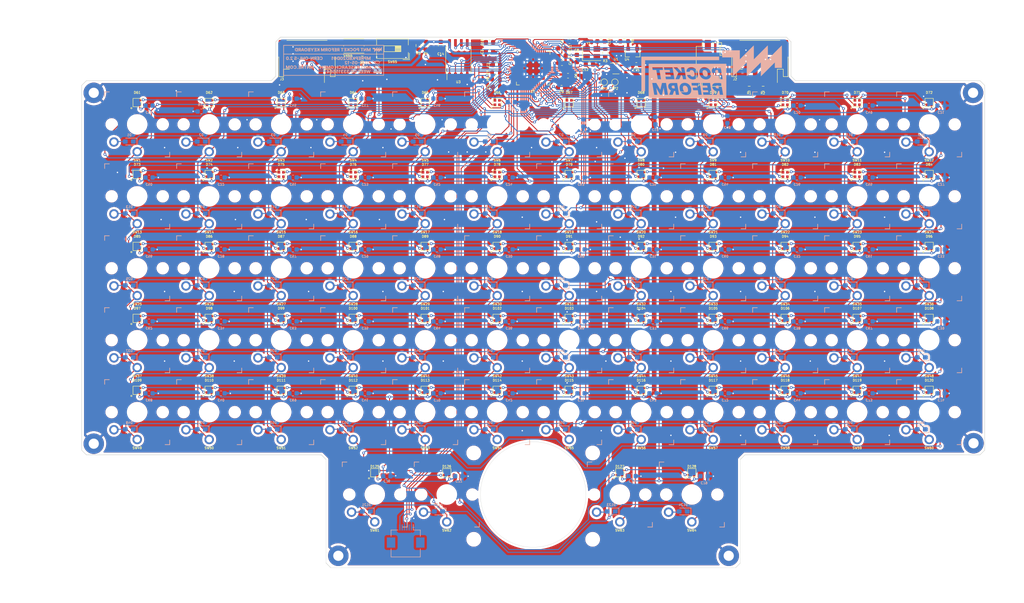
<source format=kicad_pcb>
(kicad_pcb (version 20211014) (generator pcbnew)

  (general
    (thickness 1.6)
  )

  (paper "A4")
  (layers
    (0 "F.Cu" signal)
    (31 "B.Cu" signal)
    (32 "B.Adhes" user "B.Adhesive")
    (33 "F.Adhes" user "F.Adhesive")
    (34 "B.Paste" user)
    (35 "F.Paste" user)
    (36 "B.SilkS" user "B.Silkscreen")
    (37 "F.SilkS" user "F.Silkscreen")
    (38 "B.Mask" user)
    (39 "F.Mask" user)
    (40 "Dwgs.User" user "User.Drawings")
    (41 "Cmts.User" user "User.Comments")
    (42 "Eco1.User" user "User.Eco1")
    (43 "Eco2.User" user "User.Eco2")
    (44 "Edge.Cuts" user)
    (45 "Margin" user)
    (46 "B.CrtYd" user "B.Courtyard")
    (47 "F.CrtYd" user "F.Courtyard")
    (48 "B.Fab" user)
    (49 "F.Fab" user)
  )

  (setup
    (stackup
      (layer "F.SilkS" (type "Top Silk Screen"))
      (layer "F.Paste" (type "Top Solder Paste"))
      (layer "F.Mask" (type "Top Solder Mask") (color "Black") (thickness 0.01))
      (layer "F.Cu" (type "copper") (thickness 0.035))
      (layer "dielectric 1" (type "core") (thickness 1.51) (material "FR4") (epsilon_r 4.5) (loss_tangent 0.02))
      (layer "B.Cu" (type "copper") (thickness 0.035))
      (layer "B.Mask" (type "Bottom Solder Mask") (color "Black") (thickness 0.01))
      (layer "B.Paste" (type "Bottom Solder Paste"))
      (layer "B.SilkS" (type "Bottom Silk Screen"))
      (copper_finish "None")
      (dielectric_constraints no)
    )
    (pad_to_mask_clearance 0)
    (pcbplotparams
      (layerselection 0x00010fc_ffffffff)
      (disableapertmacros false)
      (usegerberextensions false)
      (usegerberattributes true)
      (usegerberadvancedattributes true)
      (creategerberjobfile true)
      (svguseinch false)
      (svgprecision 6)
      (excludeedgelayer false)
      (plotframeref false)
      (viasonmask false)
      (mode 1)
      (useauxorigin false)
      (hpglpennumber 1)
      (hpglpenspeed 20)
      (hpglpendiameter 15.000000)
      (dxfpolygonmode true)
      (dxfimperialunits true)
      (dxfusepcbnewfont true)
      (psnegative false)
      (psa4output false)
      (plotreference true)
      (plotvalue true)
      (plotinvisibletext false)
      (sketchpadsonfab false)
      (subtractmaskfromsilk false)
      (outputformat 1)
      (mirror false)
      (drillshape 0)
      (scaleselection 1)
      (outputdirectory "pref-kbd-ortho-d1b/")
    )
  )

  (net 0 "")
  (net 1 "GND")
  (net 2 "+5V")
  (net 3 "+3V3")
  (net 4 "Net-(D1-Pad2)")
  (net 5 "ROW1")
  (net 6 "Net-(D2-Pad2)")
  (net 7 "Net-(D3-Pad2)")
  (net 8 "Net-(D4-Pad2)")
  (net 9 "Net-(D5-Pad2)")
  (net 10 "Net-(D6-Pad2)")
  (net 11 "Net-(D7-Pad2)")
  (net 12 "Net-(D8-Pad2)")
  (net 13 "Net-(D9-Pad2)")
  (net 14 "Net-(D10-Pad2)")
  (net 15 "Net-(D11-Pad2)")
  (net 16 "Net-(D12-Pad2)")
  (net 17 "Net-(D13-Pad2)")
  (net 18 "ROW2")
  (net 19 "Net-(D14-Pad2)")
  (net 20 "Net-(D15-Pad2)")
  (net 21 "Net-(D16-Pad2)")
  (net 22 "Net-(D17-Pad2)")
  (net 23 "Net-(D18-Pad2)")
  (net 24 "Net-(D19-Pad2)")
  (net 25 "Net-(D20-Pad2)")
  (net 26 "Net-(D21-Pad2)")
  (net 27 "Net-(D22-Pad2)")
  (net 28 "Net-(D23-Pad2)")
  (net 29 "Net-(D24-Pad2)")
  (net 30 "Net-(D25-Pad2)")
  (net 31 "ROW3")
  (net 32 "Net-(D26-Pad2)")
  (net 33 "Net-(D27-Pad2)")
  (net 34 "Net-(D28-Pad2)")
  (net 35 "Net-(D29-Pad2)")
  (net 36 "Net-(D30-Pad2)")
  (net 37 "Net-(D31-Pad2)")
  (net 38 "Net-(D32-Pad2)")
  (net 39 "Net-(D33-Pad2)")
  (net 40 "Net-(D34-Pad2)")
  (net 41 "Net-(D35-Pad2)")
  (net 42 "Net-(D36-Pad2)")
  (net 43 "Net-(D37-Pad2)")
  (net 44 "ROW4")
  (net 45 "Net-(D38-Pad2)")
  (net 46 "Net-(D39-Pad2)")
  (net 47 "Net-(D40-Pad2)")
  (net 48 "Net-(D41-Pad2)")
  (net 49 "Net-(D42-Pad2)")
  (net 50 "Net-(D43-Pad2)")
  (net 51 "Net-(D44-Pad2)")
  (net 52 "Net-(D45-Pad2)")
  (net 53 "Net-(D46-Pad2)")
  (net 54 "Net-(D47-Pad2)")
  (net 55 "Net-(D48-Pad2)")
  (net 56 "Net-(D49-Pad2)")
  (net 57 "ROW5")
  (net 58 "Net-(D50-Pad2)")
  (net 59 "Net-(D51-Pad2)")
  (net 60 "Net-(D52-Pad2)")
  (net 61 "Net-(D53-Pad2)")
  (net 62 "Net-(D54-Pad2)")
  (net 63 "Net-(D55-Pad2)")
  (net 64 "Net-(D56-Pad2)")
  (net 65 "Net-(D57-Pad2)")
  (net 66 "Net-(D58-Pad2)")
  (net 67 "Net-(D59-Pad2)")
  (net 68 "Net-(D60-Pad2)")
  (net 69 "D+")
  (net 70 "D-")
  (net 71 "UART_TX")
  (net 72 "UART_RX")
  (net 73 "PROG")
  (net 74 "RESET")
  (net 75 "/Pocket Reform KBD MCU/UD+")
  (net 76 "/Pocket Reform KBD MCU/UD-")
  (net 77 "COL1")
  (net 78 "COL2")
  (net 79 "COL3")
  (net 80 "COL4")
  (net 81 "COL5")
  (net 82 "COL6")
  (net 83 "COL7")
  (net 84 "COL8")
  (net 85 "COL9")
  (net 86 "COL10")
  (net 87 "COL11")
  (net 88 "COL12")
  (net 89 "+1V1")
  (net 90 "SCL")
  (net 91 "SDA")
  (net 92 "QSPI_CS")
  (net 93 "SWD")
  (net 94 "SWC")
  (net 95 "QSPI_SD1")
  (net 96 "QSPI_SD2")
  (net 97 "QSPI_SD0")
  (net 98 "QSPI_SCK")
  (net 99 "QSPI_SD3")
  (net 100 "MT")
  (net 101 "unconnected-(U2-Pad41)")
  (net 102 "unconnected-(U2-Pad40)")
  (net 103 "unconnected-(U2-Pad39)")
  (net 104 "unconnected-(U2-Pad38)")
  (net 105 "unconnected-(U2-Pad37)")
  (net 106 "LED_DATA")
  (net 107 "ROW6")
  (net 108 "unconnected-(U2-Pad5)")
  (net 109 "unconnected-(U2-Pad4)")
  (net 110 "Net-(D61-Pad3)")
  (net 111 "Net-(D100-Pad3)")
  (net 112 "Net-(D101-Pad3)")
  (net 113 "Net-(D102-Pad3)")
  (net 114 "Net-(D103-Pad3)")
  (net 115 "Net-(D104-Pad3)")
  (net 116 "Net-(D100-Pad1)")
  (net 117 "Net-(D116-Pad3)")
  (net 118 "Net-(D62-Pad3)")
  (net 119 "Net-(D117-Pad3)")
  (net 120 "Net-(D63-Pad3)")
  (net 121 "Net-(D118-Pad3)")
  (net 122 "Net-(D64-Pad3)")
  (net 123 "Net-(D119-Pad3)")
  (net 124 "Net-(D65-Pad3)")
  (net 125 "Net-(D66-Pad3)")
  (net 126 "Net-(D67-Pad3)")
  (net 127 "Net-(D68-Pad3)")
  (net 128 "Net-(D69-Pad3)")
  (net 129 "Net-(D70-Pad3)")
  (net 130 "Net-(D71-Pad3)")
  (net 131 "Net-(D72-Pad3)")
  (net 132 "Net-(D73-Pad3)")
  (net 133 "Net-(D74-Pad3)")
  (net 134 "Net-(D75-Pad3)")
  (net 135 "Net-(D76-Pad3)")
  (net 136 "Net-(D77-Pad3)")
  (net 137 "Net-(D78-Pad3)")
  (net 138 "Net-(D79-Pad3)")
  (net 139 "Net-(D80-Pad3)")
  (net 140 "Net-(D81-Pad3)")
  (net 141 "Net-(D82-Pad3)")
  (net 142 "Net-(D83-Pad3)")
  (net 143 "Net-(D84-Pad3)")
  (net 144 "Net-(D85-Pad3)")
  (net 145 "Net-(D86-Pad3)")
  (net 146 "Net-(D87-Pad3)")
  (net 147 "Net-(D88-Pad3)")
  (net 148 "Net-(D89-Pad3)")
  (net 149 "Net-(D90-Pad3)")
  (net 150 "Net-(D91-Pad3)")
  (net 151 "Net-(D92-Pad3)")
  (net 152 "Net-(D93-Pad3)")
  (net 153 "Net-(D94-Pad3)")
  (net 154 "Net-(D105-Pad3)")
  (net 155 "Net-(D106-Pad3)")
  (net 156 "Net-(D107-Pad3)")
  (net 157 "Net-(D108-Pad3)")
  (net 158 "Net-(D109-Pad3)")
  (net 159 "Net-(D110-Pad3)")
  (net 160 "Net-(D111-Pad3)")
  (net 161 "Net-(D112-Pad3)")
  (net 162 "Net-(D113-Pad3)")
  (net 163 "Net-(D114-Pad3)")
  (net 164 "Net-(D115-Pad3)")
  (net 165 "Net-(D95-Pad3)")
  (net 166 "Net-(D96-Pad3)")
  (net 167 "Net-(D97-Pad3)")
  (net 168 "Net-(D98-Pad3)")
  (net 169 "Net-(C12-Pad1)")
  (net 170 "Net-(C13-Pad1)")
  (net 171 "Net-(D61-Pad1)")
  (net 172 "unconnected-(J1-Pad5)")
  (net 173 "Net-(R3-Pad2)")
  (net 174 "Net-(R8-Pad2)")
  (net 175 "unconnected-(U1-Pad1)")
  (net 176 "Net-(SW61-Pad2)")
  (net 177 "Net-(SW62-Pad2)")
  (net 178 "Net-(SW63-Pad2)")
  (net 179 "Net-(SW64-Pad2)")
  (net 180 "Net-(D120-Pad3)")
  (net 181 "Net-(D125-Pad3)")
  (net 182 "Net-(D126-Pad3)")
  (net 183 "Net-(D127-Pad3)")
  (net 184 "unconnected-(D128-Pad3)")

  (footprint "Connector_FFC-FPC:Molex_200528-0040_1x04-1MP_P1.00mm_Horizontal" (layer "F.Cu") (at 187.1 46.9 -90))

  (footprint "Connector_JST:JST_PH_S4B-PH-SM4-TB_1x04-1MP_P2.00mm_Horizontal" (layer "F.Cu") (at 99 46.2 180))

  (footprint "Capacitor_SMD:C_0603_1608Metric" (layer "F.Cu") (at 169.9 47))

  (footprint "Resistor_SMD:R_0603_1608Metric" (layer "F.Cu") (at 167.3 41.9))

  (footprint "Connector_JST:JST_PH_S4B-PH-SM4-TB_1x04-1MP_P2.00mm_Horizontal" (layer "F.Cu") (at 196.5 46.2 180))

  (footprint "Package_TO_SOT_SMD:SOT-23" (layer "F.Cu") (at 169.1 44.5 -90))

  (footprint "keyswitches:PG1350" (layer "F.Cu") (at 155.45 121.8))

  (footprint "keyswitches:PG1350" (layer "F.Cu") (at 201.95 59.8))

  (footprint "keyswitches:PG1350" (layer "F.Cu") (at 170.95 121.8))

  (footprint "keyswitches:PG1350" (layer "F.Cu") (at 124.45 121.8))

  (footprint "keyswitches:PG1350" (layer "F.Cu") (at 77.95 121.8))

  (footprint "keyswitches:PG1350" (layer "F.Cu") (at 139.95 59.8))

  (footprint "keyswitches:PG1350" (layer "F.Cu") (at 108.95 75.3))

  (footprint "keyswitches:PG1350" (layer "F.Cu") (at 124.45 90.8))

  (footprint "keyswitches:PG1350" (layer "F.Cu") (at 170.95 106.3))

  (footprint "keyswitches:PG1350" (layer "F.Cu") (at 232.95 59.8))

  (footprint "keyswitches:PG1350" (layer "F.Cu") (at 186.45 106.3))

  (footprint "keyswitches:PG1350" (layer "F.Cu") (at 232.95 75.3))

  (footprint "keyswitches:PG1350" (layer "F.Cu") (at 186.45 90.8))

  (footprint "keyswitches:PG1350" (layer "F.Cu") (at 139.95 106.3))

  (footprint "keyswitches:PG1350" (layer "F.Cu") (at 217.45 106.3))

  (footprint "keyswitches:PG1350" (layer "F.Cu") (at 155.45 75.3))

  (footprint "keyswitches:PG1350" (layer "F.Cu") (at 201.95 106.3))

  (footprint "keyswitches:PG1350" (layer "F.Cu") (at 170.95 75.3))

  (footprint "keyswitches:PG1350" (layer "F.Cu") (at 217.45 121.8))

  (footprint "keyswitches:PG1350" (layer "F.Cu") (at 186.45 59.8))

  (footprint "keyswitches:PG1350" (layer "F.Cu") (at 62.45 106.3))

  (footprint "keyswitches:PG1350" (layer "F.Cu") (at 201.95 75.3))

  (footprint "keyswitches:PG1350" (layer "F.Cu") (at 62.45 75.3))

  (footprint "keyswitches:PG1350" (layer "F.Cu") (at 77.95 59.8))

  (footprint "keyswitches:PG1350" (layer "F.Cu") (at 77.95 90.8))

  (footprint "keyswitches:PG1350" (layer "F.Cu") (at 170.95 90.8))

  (footprint "keyswitches:PG1350" (layer "F.Cu") (at 186.45 121.8))

  (footprint "keyswitches:PG1350" (layer "F.Cu") (at 139.95 121.8))

  (footprint "keyswitches:PG1350" (layer "F.Cu") (at 108.95 59.8))

  (footprint "keyswitches:PG1350" (layer "F.Cu") (at 232.95 106.3))

  (footprint "keyswitches:PG1350" (layer "F.Cu") (at 93.45 106.3))

  (footprint "keyswitches:PG1350" (layer "F.Cu") (at 139.95 75.3))

  (footprint "keyswitches:PG1350" (layer "F.Cu") (at 217.45 75.3))

  (footprint "keyswitches:PG1350" (layer "F.Cu") (at 93.45 90.8))

  (footprint "keyswitches:PG1350" (layer "F.Cu") (at 124.45 106.3))

  (footprint "keyswitches:PG1350" (layer "F.Cu") (at 186.45 75.3))

  (footprint "keyswitches:PG1350" (layer "F.Cu") (at 124.45 75.3))

  (footprint "keyswitches:PG1350" (layer "F.Cu") (at 232.95 90.8))

  (footprint "keyswitches:PG1350" (layer "F.Cu") (at 108.95 121.8))

  (footprint "keyswitches:PG1350" (layer "F.Cu") (at 93.45 121.8))

  (footprint "keyswitches:PG1350" (layer "F.Cu") (at 201.95 90.8))

  (footprint "keyswitches:PG1350" (layer "F.Cu") (at 139.95 90.8))

  (footprint "keyswitches:PG1350" (layer "F.Cu") (at 77.95 75.3))

  (footprint "keyswitches:PG1350" (layer "F.Cu")
    (tedit 5F0F4E4B) (tstamp 00000000-0000-0000-0000-0000618f1afc)
    (at 93.45 59.8)
    (descr "Kailh \"Choc\" PG1350 keyswitch")
    (tags "kailh,choc")
    (property "Manufacturer" "Kailh")
    (property "Manufacturer_No" "CPG135001D02")
    (property "Sheetfile" "pocket-reform-keyboard-kailh-ortho.kicad_sch")
    (property "Sheetname" "")
    (path "/00000000-0000-0000-0000-0000594d872c")
    (attr through_hole)
    (fp_text reference "SW3" (at 0 7.725 unlocked) (layer "F.SilkS")
      (effects (font (size 0.5 0.5) (thickness 0.1)))
      (tstamp b1e18d07-dedf-4c3e-b0c6-62ed9006de77)
    )
    (fp_text value "Choc" (at 0 -8.7) (layer "F.Fab")
      (effects (font (size 1 1) (thickness 0.15)))
      (tstamp 817e9b3b-2e90-4e22-aa34-0a77467de211)
    )
    (fp_line (start -7 -7) (end -6 -7) (layer "B.SilkS") (width 0.15) (tstamp 32169c81-1893-4896-b7ad-586dbd67080
... [5156279 chars truncated]
</source>
